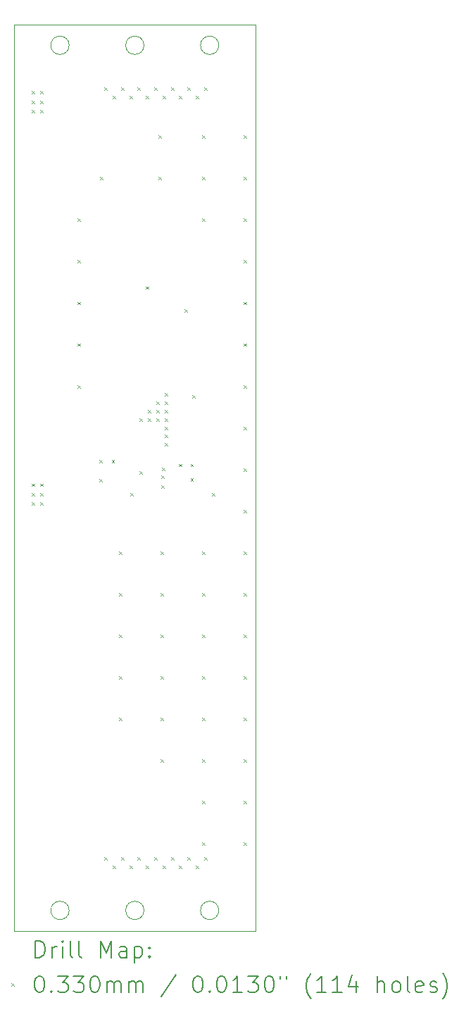
<source format=gbr>
%TF.GenerationSoftware,KiCad,Pcbnew,7.0.5*%
%TF.CreationDate,2023-06-02T13:02:38-04:00*%
%TF.ProjectId,SIDE,53494445-2e6b-4696-9361-645f70636258,rev?*%
%TF.SameCoordinates,Original*%
%TF.FileFunction,Drillmap*%
%TF.FilePolarity,Positive*%
%FSLAX45Y45*%
G04 Gerber Fmt 4.5, Leading zero omitted, Abs format (unit mm)*
G04 Created by KiCad (PCBNEW 7.0.5) date 2023-06-02 13:02:38*
%MOMM*%
%LPD*%
G01*
G04 APERTURE LIST*
%ADD10C,0.100000*%
%ADD11C,0.200000*%
%ADD12C,0.033020*%
G04 APERTURE END LIST*
D10*
X16622000Y-15021802D02*
X13722000Y-15021802D01*
X16622000Y-4121802D02*
X13722000Y-4121802D01*
X15282000Y-14771802D02*
G75*
G03*
X15282000Y-14771802I-110000J0D01*
G01*
X16622000Y-4121802D02*
X16622000Y-15021802D01*
X16182000Y-14771802D02*
G75*
G03*
X16182000Y-14771802I-110000J0D01*
G01*
X14382000Y-14771802D02*
G75*
G03*
X14382000Y-14771802I-110000J0D01*
G01*
X14382000Y-4371802D02*
G75*
G03*
X14382000Y-4371802I-110000J0D01*
G01*
X16182000Y-4371802D02*
G75*
G03*
X16182000Y-4371802I-110000J0D01*
G01*
X13722000Y-4121802D02*
X13722000Y-15021802D01*
X15282000Y-4371802D02*
G75*
G03*
X15282000Y-4371802I-110000J0D01*
G01*
D11*
D12*
X13930490Y-4920292D02*
X13963510Y-4953312D01*
X13963510Y-4920292D02*
X13930490Y-4953312D01*
X13930490Y-5035292D02*
X13963510Y-5068312D01*
X13963510Y-5035292D02*
X13930490Y-5068312D01*
X13930490Y-5145292D02*
X13963510Y-5178312D01*
X13963510Y-5145292D02*
X13930490Y-5178312D01*
X13930490Y-9640292D02*
X13963510Y-9673312D01*
X13963510Y-9640292D02*
X13930490Y-9673312D01*
X13930490Y-9755292D02*
X13963510Y-9788312D01*
X13963510Y-9755292D02*
X13930490Y-9788312D01*
X13930490Y-9865292D02*
X13963510Y-9898312D01*
X13963510Y-9865292D02*
X13930490Y-9898312D01*
X14030490Y-4920292D02*
X14063510Y-4953312D01*
X14063510Y-4920292D02*
X14030490Y-4953312D01*
X14030490Y-5035292D02*
X14063510Y-5068312D01*
X14063510Y-5035292D02*
X14030490Y-5068312D01*
X14030490Y-5145292D02*
X14063510Y-5178312D01*
X14063510Y-5145292D02*
X14030490Y-5178312D01*
X14030490Y-9640292D02*
X14063510Y-9673312D01*
X14063510Y-9640292D02*
X14030490Y-9673312D01*
X14030490Y-9755292D02*
X14063510Y-9788312D01*
X14063510Y-9755292D02*
X14030490Y-9788312D01*
X14030490Y-9865292D02*
X14063510Y-9898312D01*
X14063510Y-9865292D02*
X14030490Y-9898312D01*
X14480490Y-6455292D02*
X14513510Y-6488312D01*
X14513510Y-6455292D02*
X14480490Y-6488312D01*
X14480490Y-6955292D02*
X14513510Y-6988312D01*
X14513510Y-6955292D02*
X14480490Y-6988312D01*
X14480490Y-7455292D02*
X14513510Y-7488312D01*
X14513510Y-7455292D02*
X14480490Y-7488312D01*
X14480490Y-7955292D02*
X14513510Y-7988312D01*
X14513510Y-7955292D02*
X14480490Y-7988312D01*
X14480490Y-8455292D02*
X14513510Y-8488312D01*
X14513510Y-8455292D02*
X14480490Y-8488312D01*
X14742240Y-9359292D02*
X14775260Y-9392312D01*
X14775260Y-9359292D02*
X14742240Y-9392312D01*
X14742240Y-9588292D02*
X14775260Y-9621312D01*
X14775260Y-9588292D02*
X14742240Y-9621312D01*
X14755490Y-5955292D02*
X14788510Y-5988312D01*
X14788510Y-5955292D02*
X14755490Y-5988312D01*
X14805490Y-4880292D02*
X14838510Y-4913312D01*
X14838510Y-4880292D02*
X14805490Y-4913312D01*
X14805490Y-14130292D02*
X14838510Y-14163312D01*
X14838510Y-14130292D02*
X14805490Y-14163312D01*
X14893490Y-9357542D02*
X14926510Y-9390562D01*
X14926510Y-9357542D02*
X14893490Y-9390562D01*
X14905490Y-4980292D02*
X14938510Y-5013312D01*
X14938510Y-4980292D02*
X14905490Y-5013312D01*
X14905490Y-14230292D02*
X14938510Y-14263312D01*
X14938510Y-14230292D02*
X14905490Y-14263312D01*
X14980490Y-10455292D02*
X15013510Y-10488312D01*
X15013510Y-10455292D02*
X14980490Y-10488312D01*
X14980490Y-10955292D02*
X15013510Y-10988312D01*
X15013510Y-10955292D02*
X14980490Y-10988312D01*
X14980490Y-11455292D02*
X15013510Y-11488312D01*
X15013510Y-11455292D02*
X14980490Y-11488312D01*
X14980490Y-11955292D02*
X15013510Y-11988312D01*
X15013510Y-11955292D02*
X14980490Y-11988312D01*
X14980490Y-12455292D02*
X15013510Y-12488312D01*
X15013510Y-12455292D02*
X14980490Y-12488312D01*
X15005490Y-4880292D02*
X15038510Y-4913312D01*
X15038510Y-4880292D02*
X15005490Y-4913312D01*
X15005490Y-14130292D02*
X15038510Y-14163312D01*
X15038510Y-14130292D02*
X15005490Y-14163312D01*
X15105490Y-4980292D02*
X15138510Y-5013312D01*
X15138510Y-4980292D02*
X15105490Y-5013312D01*
X15105490Y-14230292D02*
X15138510Y-14263312D01*
X15138510Y-14230292D02*
X15105490Y-14263312D01*
X15114240Y-9752292D02*
X15147260Y-9785312D01*
X15147260Y-9752292D02*
X15114240Y-9785312D01*
X15205490Y-4880292D02*
X15238510Y-4913312D01*
X15238510Y-4880292D02*
X15205490Y-4913312D01*
X15205490Y-14130292D02*
X15238510Y-14163312D01*
X15238510Y-14130292D02*
X15205490Y-14163312D01*
X15229490Y-9493292D02*
X15262510Y-9526312D01*
X15262510Y-9493292D02*
X15229490Y-9526312D01*
X15230490Y-8855292D02*
X15263510Y-8888312D01*
X15263510Y-8855292D02*
X15230490Y-8888312D01*
X15305490Y-4980292D02*
X15338510Y-5013312D01*
X15338510Y-4980292D02*
X15305490Y-5013312D01*
X15305490Y-7269292D02*
X15338510Y-7302312D01*
X15338510Y-7269292D02*
X15305490Y-7302312D01*
X15305490Y-14230292D02*
X15338510Y-14263312D01*
X15338510Y-14230292D02*
X15305490Y-14263312D01*
X15330490Y-8755292D02*
X15363510Y-8788312D01*
X15363510Y-8755292D02*
X15330490Y-8788312D01*
X15330490Y-8855292D02*
X15363510Y-8888312D01*
X15363510Y-8855292D02*
X15330490Y-8888312D01*
X15405490Y-4880292D02*
X15438510Y-4913312D01*
X15438510Y-4880292D02*
X15405490Y-4913312D01*
X15405490Y-14130292D02*
X15438510Y-14163312D01*
X15438510Y-14130292D02*
X15405490Y-14163312D01*
X15430490Y-8655292D02*
X15463510Y-8688312D01*
X15463510Y-8655292D02*
X15430490Y-8688312D01*
X15430490Y-8755292D02*
X15463510Y-8788312D01*
X15463510Y-8755292D02*
X15430490Y-8788312D01*
X15430490Y-8855292D02*
X15463510Y-8888312D01*
X15463510Y-8855292D02*
X15430490Y-8888312D01*
X15455490Y-5455292D02*
X15488510Y-5488312D01*
X15488510Y-5455292D02*
X15455490Y-5488312D01*
X15455490Y-5955292D02*
X15488510Y-5988312D01*
X15488510Y-5955292D02*
X15455490Y-5988312D01*
X15480490Y-10455292D02*
X15513510Y-10488312D01*
X15513510Y-10455292D02*
X15480490Y-10488312D01*
X15480490Y-10955292D02*
X15513510Y-10988312D01*
X15513510Y-10955292D02*
X15480490Y-10988312D01*
X15480490Y-11455292D02*
X15513510Y-11488312D01*
X15513510Y-11455292D02*
X15480490Y-11488312D01*
X15480490Y-11955292D02*
X15513510Y-11988312D01*
X15513510Y-11955292D02*
X15480490Y-11988312D01*
X15480490Y-12455292D02*
X15513510Y-12488312D01*
X15513510Y-12455292D02*
X15480490Y-12488312D01*
X15480490Y-12955292D02*
X15513510Y-12988312D01*
X15513510Y-12955292D02*
X15480490Y-12988312D01*
X15488490Y-9541292D02*
X15521510Y-9574312D01*
X15521510Y-9541292D02*
X15488490Y-9574312D01*
X15493490Y-9659292D02*
X15526510Y-9692312D01*
X15526510Y-9659292D02*
X15493490Y-9692312D01*
X15495490Y-9448292D02*
X15528510Y-9481312D01*
X15528510Y-9448292D02*
X15495490Y-9481312D01*
X15505490Y-4980292D02*
X15538510Y-5013312D01*
X15538510Y-4980292D02*
X15505490Y-5013312D01*
X15505490Y-14230292D02*
X15538510Y-14263312D01*
X15538510Y-14230292D02*
X15505490Y-14263312D01*
X15530490Y-8555292D02*
X15563510Y-8588312D01*
X15563510Y-8555292D02*
X15530490Y-8588312D01*
X15530490Y-8655292D02*
X15563510Y-8688312D01*
X15563510Y-8655292D02*
X15530490Y-8688312D01*
X15530490Y-8755292D02*
X15563510Y-8788312D01*
X15563510Y-8755292D02*
X15530490Y-8788312D01*
X15530490Y-8855292D02*
X15563510Y-8888312D01*
X15563510Y-8855292D02*
X15530490Y-8888312D01*
X15530490Y-8955292D02*
X15563510Y-8988312D01*
X15563510Y-8955292D02*
X15530490Y-8988312D01*
X15530490Y-9055292D02*
X15563510Y-9088312D01*
X15563510Y-9055292D02*
X15530490Y-9088312D01*
X15530490Y-9155292D02*
X15563510Y-9188312D01*
X15563510Y-9155292D02*
X15530490Y-9188312D01*
X15605490Y-4880292D02*
X15638510Y-4913312D01*
X15638510Y-4880292D02*
X15605490Y-4913312D01*
X15605490Y-14130292D02*
X15638510Y-14163312D01*
X15638510Y-14130292D02*
X15605490Y-14163312D01*
X15704490Y-9403292D02*
X15737510Y-9436312D01*
X15737510Y-9403292D02*
X15704490Y-9436312D01*
X15705490Y-4980292D02*
X15738510Y-5013312D01*
X15738510Y-4980292D02*
X15705490Y-5013312D01*
X15705490Y-14230292D02*
X15738510Y-14263312D01*
X15738510Y-14230292D02*
X15705490Y-14263312D01*
X15767490Y-7546292D02*
X15800510Y-7579312D01*
X15800510Y-7546292D02*
X15767490Y-7579312D01*
X15805490Y-4880292D02*
X15838510Y-4913312D01*
X15838510Y-4880292D02*
X15805490Y-4913312D01*
X15805490Y-14130292D02*
X15838510Y-14163312D01*
X15838510Y-14130292D02*
X15805490Y-14163312D01*
X15841490Y-9403292D02*
X15874510Y-9436312D01*
X15874510Y-9403292D02*
X15841490Y-9436312D01*
X15841490Y-9575542D02*
X15874510Y-9608562D01*
X15874510Y-9575542D02*
X15841490Y-9608562D01*
X15859490Y-8578292D02*
X15892510Y-8611312D01*
X15892510Y-8578292D02*
X15859490Y-8611312D01*
X15905490Y-4980292D02*
X15938510Y-5013312D01*
X15938510Y-4980292D02*
X15905490Y-5013312D01*
X15905490Y-14230292D02*
X15938510Y-14263312D01*
X15938510Y-14230292D02*
X15905490Y-14263312D01*
X15980490Y-5455292D02*
X16013510Y-5488312D01*
X16013510Y-5455292D02*
X15980490Y-5488312D01*
X15980490Y-5955292D02*
X16013510Y-5988312D01*
X16013510Y-5955292D02*
X15980490Y-5988312D01*
X15980490Y-6455292D02*
X16013510Y-6488312D01*
X16013510Y-6455292D02*
X15980490Y-6488312D01*
X15980490Y-10455292D02*
X16013510Y-10488312D01*
X16013510Y-10455292D02*
X15980490Y-10488312D01*
X15980490Y-10955292D02*
X16013510Y-10988312D01*
X16013510Y-10955292D02*
X15980490Y-10988312D01*
X15980490Y-11455292D02*
X16013510Y-11488312D01*
X16013510Y-11455292D02*
X15980490Y-11488312D01*
X15980490Y-11955292D02*
X16013510Y-11988312D01*
X16013510Y-11955292D02*
X15980490Y-11988312D01*
X15980490Y-12455292D02*
X16013510Y-12488312D01*
X16013510Y-12455292D02*
X15980490Y-12488312D01*
X15980490Y-12955292D02*
X16013510Y-12988312D01*
X16013510Y-12955292D02*
X15980490Y-12988312D01*
X15980490Y-13455292D02*
X16013510Y-13488312D01*
X16013510Y-13455292D02*
X15980490Y-13488312D01*
X15980490Y-13955292D02*
X16013510Y-13988312D01*
X16013510Y-13955292D02*
X15980490Y-13988312D01*
X16005490Y-4880292D02*
X16038510Y-4913312D01*
X16038510Y-4880292D02*
X16005490Y-4913312D01*
X16005490Y-14130292D02*
X16038510Y-14163312D01*
X16038510Y-14130292D02*
X16005490Y-14163312D01*
X16098490Y-9752292D02*
X16131510Y-9785312D01*
X16131510Y-9752292D02*
X16098490Y-9785312D01*
X16480490Y-5455292D02*
X16513510Y-5488312D01*
X16513510Y-5455292D02*
X16480490Y-5488312D01*
X16480490Y-5955292D02*
X16513510Y-5988312D01*
X16513510Y-5955292D02*
X16480490Y-5988312D01*
X16480490Y-6455292D02*
X16513510Y-6488312D01*
X16513510Y-6455292D02*
X16480490Y-6488312D01*
X16480490Y-6955292D02*
X16513510Y-6988312D01*
X16513510Y-6955292D02*
X16480490Y-6988312D01*
X16480490Y-7455292D02*
X16513510Y-7488312D01*
X16513510Y-7455292D02*
X16480490Y-7488312D01*
X16480490Y-7955292D02*
X16513510Y-7988312D01*
X16513510Y-7955292D02*
X16480490Y-7988312D01*
X16480490Y-8455292D02*
X16513510Y-8488312D01*
X16513510Y-8455292D02*
X16480490Y-8488312D01*
X16480490Y-8955292D02*
X16513510Y-8988312D01*
X16513510Y-8955292D02*
X16480490Y-8988312D01*
X16480490Y-9455292D02*
X16513510Y-9488312D01*
X16513510Y-9455292D02*
X16480490Y-9488312D01*
X16480490Y-9955292D02*
X16513510Y-9988312D01*
X16513510Y-9955292D02*
X16480490Y-9988312D01*
X16480490Y-10455292D02*
X16513510Y-10488312D01*
X16513510Y-10455292D02*
X16480490Y-10488312D01*
X16480490Y-10955292D02*
X16513510Y-10988312D01*
X16513510Y-10955292D02*
X16480490Y-10988312D01*
X16480490Y-11455292D02*
X16513510Y-11488312D01*
X16513510Y-11455292D02*
X16480490Y-11488312D01*
X16480490Y-11955292D02*
X16513510Y-11988312D01*
X16513510Y-11955292D02*
X16480490Y-11988312D01*
X16480490Y-12455292D02*
X16513510Y-12488312D01*
X16513510Y-12455292D02*
X16480490Y-12488312D01*
X16480490Y-12955292D02*
X16513510Y-12988312D01*
X16513510Y-12955292D02*
X16480490Y-12988312D01*
X16480490Y-13455292D02*
X16513510Y-13488312D01*
X16513510Y-13455292D02*
X16480490Y-13488312D01*
X16480490Y-13955292D02*
X16513510Y-13988312D01*
X16513510Y-13955292D02*
X16480490Y-13988312D01*
D11*
X13977777Y-15338286D02*
X13977777Y-15138286D01*
X13977777Y-15138286D02*
X14025396Y-15138286D01*
X14025396Y-15138286D02*
X14053967Y-15147810D01*
X14053967Y-15147810D02*
X14073015Y-15166857D01*
X14073015Y-15166857D02*
X14082539Y-15185905D01*
X14082539Y-15185905D02*
X14092062Y-15224000D01*
X14092062Y-15224000D02*
X14092062Y-15252572D01*
X14092062Y-15252572D02*
X14082539Y-15290667D01*
X14082539Y-15290667D02*
X14073015Y-15309714D01*
X14073015Y-15309714D02*
X14053967Y-15328762D01*
X14053967Y-15328762D02*
X14025396Y-15338286D01*
X14025396Y-15338286D02*
X13977777Y-15338286D01*
X14177777Y-15338286D02*
X14177777Y-15204953D01*
X14177777Y-15243048D02*
X14187301Y-15224000D01*
X14187301Y-15224000D02*
X14196824Y-15214476D01*
X14196824Y-15214476D02*
X14215872Y-15204953D01*
X14215872Y-15204953D02*
X14234920Y-15204953D01*
X14301586Y-15338286D02*
X14301586Y-15204953D01*
X14301586Y-15138286D02*
X14292062Y-15147810D01*
X14292062Y-15147810D02*
X14301586Y-15157334D01*
X14301586Y-15157334D02*
X14311110Y-15147810D01*
X14311110Y-15147810D02*
X14301586Y-15138286D01*
X14301586Y-15138286D02*
X14301586Y-15157334D01*
X14425396Y-15338286D02*
X14406348Y-15328762D01*
X14406348Y-15328762D02*
X14396824Y-15309714D01*
X14396824Y-15309714D02*
X14396824Y-15138286D01*
X14530158Y-15338286D02*
X14511110Y-15328762D01*
X14511110Y-15328762D02*
X14501586Y-15309714D01*
X14501586Y-15309714D02*
X14501586Y-15138286D01*
X14758729Y-15338286D02*
X14758729Y-15138286D01*
X14758729Y-15138286D02*
X14825396Y-15281143D01*
X14825396Y-15281143D02*
X14892062Y-15138286D01*
X14892062Y-15138286D02*
X14892062Y-15338286D01*
X15073015Y-15338286D02*
X15073015Y-15233524D01*
X15073015Y-15233524D02*
X15063491Y-15214476D01*
X15063491Y-15214476D02*
X15044443Y-15204953D01*
X15044443Y-15204953D02*
X15006348Y-15204953D01*
X15006348Y-15204953D02*
X14987301Y-15214476D01*
X15073015Y-15328762D02*
X15053967Y-15338286D01*
X15053967Y-15338286D02*
X15006348Y-15338286D01*
X15006348Y-15338286D02*
X14987301Y-15328762D01*
X14987301Y-15328762D02*
X14977777Y-15309714D01*
X14977777Y-15309714D02*
X14977777Y-15290667D01*
X14977777Y-15290667D02*
X14987301Y-15271619D01*
X14987301Y-15271619D02*
X15006348Y-15262095D01*
X15006348Y-15262095D02*
X15053967Y-15262095D01*
X15053967Y-15262095D02*
X15073015Y-15252572D01*
X15168253Y-15204953D02*
X15168253Y-15404953D01*
X15168253Y-15214476D02*
X15187301Y-15204953D01*
X15187301Y-15204953D02*
X15225396Y-15204953D01*
X15225396Y-15204953D02*
X15244443Y-15214476D01*
X15244443Y-15214476D02*
X15253967Y-15224000D01*
X15253967Y-15224000D02*
X15263491Y-15243048D01*
X15263491Y-15243048D02*
X15263491Y-15300191D01*
X15263491Y-15300191D02*
X15253967Y-15319238D01*
X15253967Y-15319238D02*
X15244443Y-15328762D01*
X15244443Y-15328762D02*
X15225396Y-15338286D01*
X15225396Y-15338286D02*
X15187301Y-15338286D01*
X15187301Y-15338286D02*
X15168253Y-15328762D01*
X15349205Y-15319238D02*
X15358729Y-15328762D01*
X15358729Y-15328762D02*
X15349205Y-15338286D01*
X15349205Y-15338286D02*
X15339682Y-15328762D01*
X15339682Y-15328762D02*
X15349205Y-15319238D01*
X15349205Y-15319238D02*
X15349205Y-15338286D01*
X15349205Y-15214476D02*
X15358729Y-15224000D01*
X15358729Y-15224000D02*
X15349205Y-15233524D01*
X15349205Y-15233524D02*
X15339682Y-15224000D01*
X15339682Y-15224000D02*
X15349205Y-15214476D01*
X15349205Y-15214476D02*
X15349205Y-15233524D01*
D12*
X13683980Y-15650292D02*
X13717000Y-15683312D01*
X13717000Y-15650292D02*
X13683980Y-15683312D01*
D11*
X14015872Y-15558286D02*
X14034920Y-15558286D01*
X14034920Y-15558286D02*
X14053967Y-15567810D01*
X14053967Y-15567810D02*
X14063491Y-15577334D01*
X14063491Y-15577334D02*
X14073015Y-15596381D01*
X14073015Y-15596381D02*
X14082539Y-15634476D01*
X14082539Y-15634476D02*
X14082539Y-15682095D01*
X14082539Y-15682095D02*
X14073015Y-15720191D01*
X14073015Y-15720191D02*
X14063491Y-15739238D01*
X14063491Y-15739238D02*
X14053967Y-15748762D01*
X14053967Y-15748762D02*
X14034920Y-15758286D01*
X14034920Y-15758286D02*
X14015872Y-15758286D01*
X14015872Y-15758286D02*
X13996824Y-15748762D01*
X13996824Y-15748762D02*
X13987301Y-15739238D01*
X13987301Y-15739238D02*
X13977777Y-15720191D01*
X13977777Y-15720191D02*
X13968253Y-15682095D01*
X13968253Y-15682095D02*
X13968253Y-15634476D01*
X13968253Y-15634476D02*
X13977777Y-15596381D01*
X13977777Y-15596381D02*
X13987301Y-15577334D01*
X13987301Y-15577334D02*
X13996824Y-15567810D01*
X13996824Y-15567810D02*
X14015872Y-15558286D01*
X14168253Y-15739238D02*
X14177777Y-15748762D01*
X14177777Y-15748762D02*
X14168253Y-15758286D01*
X14168253Y-15758286D02*
X14158729Y-15748762D01*
X14158729Y-15748762D02*
X14168253Y-15739238D01*
X14168253Y-15739238D02*
X14168253Y-15758286D01*
X14244443Y-15558286D02*
X14368253Y-15558286D01*
X14368253Y-15558286D02*
X14301586Y-15634476D01*
X14301586Y-15634476D02*
X14330158Y-15634476D01*
X14330158Y-15634476D02*
X14349205Y-15644000D01*
X14349205Y-15644000D02*
X14358729Y-15653524D01*
X14358729Y-15653524D02*
X14368253Y-15672572D01*
X14368253Y-15672572D02*
X14368253Y-15720191D01*
X14368253Y-15720191D02*
X14358729Y-15739238D01*
X14358729Y-15739238D02*
X14349205Y-15748762D01*
X14349205Y-15748762D02*
X14330158Y-15758286D01*
X14330158Y-15758286D02*
X14273015Y-15758286D01*
X14273015Y-15758286D02*
X14253967Y-15748762D01*
X14253967Y-15748762D02*
X14244443Y-15739238D01*
X14434920Y-15558286D02*
X14558729Y-15558286D01*
X14558729Y-15558286D02*
X14492062Y-15634476D01*
X14492062Y-15634476D02*
X14520634Y-15634476D01*
X14520634Y-15634476D02*
X14539682Y-15644000D01*
X14539682Y-15644000D02*
X14549205Y-15653524D01*
X14549205Y-15653524D02*
X14558729Y-15672572D01*
X14558729Y-15672572D02*
X14558729Y-15720191D01*
X14558729Y-15720191D02*
X14549205Y-15739238D01*
X14549205Y-15739238D02*
X14539682Y-15748762D01*
X14539682Y-15748762D02*
X14520634Y-15758286D01*
X14520634Y-15758286D02*
X14463491Y-15758286D01*
X14463491Y-15758286D02*
X14444443Y-15748762D01*
X14444443Y-15748762D02*
X14434920Y-15739238D01*
X14682539Y-15558286D02*
X14701586Y-15558286D01*
X14701586Y-15558286D02*
X14720634Y-15567810D01*
X14720634Y-15567810D02*
X14730158Y-15577334D01*
X14730158Y-15577334D02*
X14739682Y-15596381D01*
X14739682Y-15596381D02*
X14749205Y-15634476D01*
X14749205Y-15634476D02*
X14749205Y-15682095D01*
X14749205Y-15682095D02*
X14739682Y-15720191D01*
X14739682Y-15720191D02*
X14730158Y-15739238D01*
X14730158Y-15739238D02*
X14720634Y-15748762D01*
X14720634Y-15748762D02*
X14701586Y-15758286D01*
X14701586Y-15758286D02*
X14682539Y-15758286D01*
X14682539Y-15758286D02*
X14663491Y-15748762D01*
X14663491Y-15748762D02*
X14653967Y-15739238D01*
X14653967Y-15739238D02*
X14644443Y-15720191D01*
X14644443Y-15720191D02*
X14634920Y-15682095D01*
X14634920Y-15682095D02*
X14634920Y-15634476D01*
X14634920Y-15634476D02*
X14644443Y-15596381D01*
X14644443Y-15596381D02*
X14653967Y-15577334D01*
X14653967Y-15577334D02*
X14663491Y-15567810D01*
X14663491Y-15567810D02*
X14682539Y-15558286D01*
X14834920Y-15758286D02*
X14834920Y-15624953D01*
X14834920Y-15644000D02*
X14844443Y-15634476D01*
X14844443Y-15634476D02*
X14863491Y-15624953D01*
X14863491Y-15624953D02*
X14892063Y-15624953D01*
X14892063Y-15624953D02*
X14911110Y-15634476D01*
X14911110Y-15634476D02*
X14920634Y-15653524D01*
X14920634Y-15653524D02*
X14920634Y-15758286D01*
X14920634Y-15653524D02*
X14930158Y-15634476D01*
X14930158Y-15634476D02*
X14949205Y-15624953D01*
X14949205Y-15624953D02*
X14977777Y-15624953D01*
X14977777Y-15624953D02*
X14996824Y-15634476D01*
X14996824Y-15634476D02*
X15006348Y-15653524D01*
X15006348Y-15653524D02*
X15006348Y-15758286D01*
X15101586Y-15758286D02*
X15101586Y-15624953D01*
X15101586Y-15644000D02*
X15111110Y-15634476D01*
X15111110Y-15634476D02*
X15130158Y-15624953D01*
X15130158Y-15624953D02*
X15158729Y-15624953D01*
X15158729Y-15624953D02*
X15177777Y-15634476D01*
X15177777Y-15634476D02*
X15187301Y-15653524D01*
X15187301Y-15653524D02*
X15187301Y-15758286D01*
X15187301Y-15653524D02*
X15196824Y-15634476D01*
X15196824Y-15634476D02*
X15215872Y-15624953D01*
X15215872Y-15624953D02*
X15244443Y-15624953D01*
X15244443Y-15624953D02*
X15263491Y-15634476D01*
X15263491Y-15634476D02*
X15273015Y-15653524D01*
X15273015Y-15653524D02*
X15273015Y-15758286D01*
X15663491Y-15548762D02*
X15492063Y-15805905D01*
X15920634Y-15558286D02*
X15939682Y-15558286D01*
X15939682Y-15558286D02*
X15958729Y-15567810D01*
X15958729Y-15567810D02*
X15968253Y-15577334D01*
X15968253Y-15577334D02*
X15977777Y-15596381D01*
X15977777Y-15596381D02*
X15987301Y-15634476D01*
X15987301Y-15634476D02*
X15987301Y-15682095D01*
X15987301Y-15682095D02*
X15977777Y-15720191D01*
X15977777Y-15720191D02*
X15968253Y-15739238D01*
X15968253Y-15739238D02*
X15958729Y-15748762D01*
X15958729Y-15748762D02*
X15939682Y-15758286D01*
X15939682Y-15758286D02*
X15920634Y-15758286D01*
X15920634Y-15758286D02*
X15901586Y-15748762D01*
X15901586Y-15748762D02*
X15892063Y-15739238D01*
X15892063Y-15739238D02*
X15882539Y-15720191D01*
X15882539Y-15720191D02*
X15873015Y-15682095D01*
X15873015Y-15682095D02*
X15873015Y-15634476D01*
X15873015Y-15634476D02*
X15882539Y-15596381D01*
X15882539Y-15596381D02*
X15892063Y-15577334D01*
X15892063Y-15577334D02*
X15901586Y-15567810D01*
X15901586Y-15567810D02*
X15920634Y-15558286D01*
X16073015Y-15739238D02*
X16082539Y-15748762D01*
X16082539Y-15748762D02*
X16073015Y-15758286D01*
X16073015Y-15758286D02*
X16063491Y-15748762D01*
X16063491Y-15748762D02*
X16073015Y-15739238D01*
X16073015Y-15739238D02*
X16073015Y-15758286D01*
X16206348Y-15558286D02*
X16225396Y-15558286D01*
X16225396Y-15558286D02*
X16244444Y-15567810D01*
X16244444Y-15567810D02*
X16253967Y-15577334D01*
X16253967Y-15577334D02*
X16263491Y-15596381D01*
X16263491Y-15596381D02*
X16273015Y-15634476D01*
X16273015Y-15634476D02*
X16273015Y-15682095D01*
X16273015Y-15682095D02*
X16263491Y-15720191D01*
X16263491Y-15720191D02*
X16253967Y-15739238D01*
X16253967Y-15739238D02*
X16244444Y-15748762D01*
X16244444Y-15748762D02*
X16225396Y-15758286D01*
X16225396Y-15758286D02*
X16206348Y-15758286D01*
X16206348Y-15758286D02*
X16187301Y-15748762D01*
X16187301Y-15748762D02*
X16177777Y-15739238D01*
X16177777Y-15739238D02*
X16168253Y-15720191D01*
X16168253Y-15720191D02*
X16158729Y-15682095D01*
X16158729Y-15682095D02*
X16158729Y-15634476D01*
X16158729Y-15634476D02*
X16168253Y-15596381D01*
X16168253Y-15596381D02*
X16177777Y-15577334D01*
X16177777Y-15577334D02*
X16187301Y-15567810D01*
X16187301Y-15567810D02*
X16206348Y-15558286D01*
X16463491Y-15758286D02*
X16349206Y-15758286D01*
X16406348Y-15758286D02*
X16406348Y-15558286D01*
X16406348Y-15558286D02*
X16387301Y-15586857D01*
X16387301Y-15586857D02*
X16368253Y-15605905D01*
X16368253Y-15605905D02*
X16349206Y-15615429D01*
X16530158Y-15558286D02*
X16653967Y-15558286D01*
X16653967Y-15558286D02*
X16587301Y-15634476D01*
X16587301Y-15634476D02*
X16615872Y-15634476D01*
X16615872Y-15634476D02*
X16634920Y-15644000D01*
X16634920Y-15644000D02*
X16644444Y-15653524D01*
X16644444Y-15653524D02*
X16653967Y-15672572D01*
X16653967Y-15672572D02*
X16653967Y-15720191D01*
X16653967Y-15720191D02*
X16644444Y-15739238D01*
X16644444Y-15739238D02*
X16634920Y-15748762D01*
X16634920Y-15748762D02*
X16615872Y-15758286D01*
X16615872Y-15758286D02*
X16558729Y-15758286D01*
X16558729Y-15758286D02*
X16539682Y-15748762D01*
X16539682Y-15748762D02*
X16530158Y-15739238D01*
X16777777Y-15558286D02*
X16796825Y-15558286D01*
X16796825Y-15558286D02*
X16815872Y-15567810D01*
X16815872Y-15567810D02*
X16825396Y-15577334D01*
X16825396Y-15577334D02*
X16834920Y-15596381D01*
X16834920Y-15596381D02*
X16844444Y-15634476D01*
X16844444Y-15634476D02*
X16844444Y-15682095D01*
X16844444Y-15682095D02*
X16834920Y-15720191D01*
X16834920Y-15720191D02*
X16825396Y-15739238D01*
X16825396Y-15739238D02*
X16815872Y-15748762D01*
X16815872Y-15748762D02*
X16796825Y-15758286D01*
X16796825Y-15758286D02*
X16777777Y-15758286D01*
X16777777Y-15758286D02*
X16758729Y-15748762D01*
X16758729Y-15748762D02*
X16749206Y-15739238D01*
X16749206Y-15739238D02*
X16739682Y-15720191D01*
X16739682Y-15720191D02*
X16730158Y-15682095D01*
X16730158Y-15682095D02*
X16730158Y-15634476D01*
X16730158Y-15634476D02*
X16739682Y-15596381D01*
X16739682Y-15596381D02*
X16749206Y-15577334D01*
X16749206Y-15577334D02*
X16758729Y-15567810D01*
X16758729Y-15567810D02*
X16777777Y-15558286D01*
X16920634Y-15558286D02*
X16920634Y-15596381D01*
X16996825Y-15558286D02*
X16996825Y-15596381D01*
X17292063Y-15834476D02*
X17282539Y-15824953D01*
X17282539Y-15824953D02*
X17263491Y-15796381D01*
X17263491Y-15796381D02*
X17253968Y-15777334D01*
X17253968Y-15777334D02*
X17244444Y-15748762D01*
X17244444Y-15748762D02*
X17234920Y-15701143D01*
X17234920Y-15701143D02*
X17234920Y-15663048D01*
X17234920Y-15663048D02*
X17244444Y-15615429D01*
X17244444Y-15615429D02*
X17253968Y-15586857D01*
X17253968Y-15586857D02*
X17263491Y-15567810D01*
X17263491Y-15567810D02*
X17282539Y-15539238D01*
X17282539Y-15539238D02*
X17292063Y-15529714D01*
X17473015Y-15758286D02*
X17358730Y-15758286D01*
X17415872Y-15758286D02*
X17415872Y-15558286D01*
X17415872Y-15558286D02*
X17396825Y-15586857D01*
X17396825Y-15586857D02*
X17377777Y-15605905D01*
X17377777Y-15605905D02*
X17358730Y-15615429D01*
X17663491Y-15758286D02*
X17549206Y-15758286D01*
X17606349Y-15758286D02*
X17606349Y-15558286D01*
X17606349Y-15558286D02*
X17587301Y-15586857D01*
X17587301Y-15586857D02*
X17568253Y-15605905D01*
X17568253Y-15605905D02*
X17549206Y-15615429D01*
X17834920Y-15624953D02*
X17834920Y-15758286D01*
X17787301Y-15548762D02*
X17739682Y-15691619D01*
X17739682Y-15691619D02*
X17863491Y-15691619D01*
X18092063Y-15758286D02*
X18092063Y-15558286D01*
X18177777Y-15758286D02*
X18177777Y-15653524D01*
X18177777Y-15653524D02*
X18168253Y-15634476D01*
X18168253Y-15634476D02*
X18149206Y-15624953D01*
X18149206Y-15624953D02*
X18120634Y-15624953D01*
X18120634Y-15624953D02*
X18101587Y-15634476D01*
X18101587Y-15634476D02*
X18092063Y-15644000D01*
X18301587Y-15758286D02*
X18282539Y-15748762D01*
X18282539Y-15748762D02*
X18273015Y-15739238D01*
X18273015Y-15739238D02*
X18263492Y-15720191D01*
X18263492Y-15720191D02*
X18263492Y-15663048D01*
X18263492Y-15663048D02*
X18273015Y-15644000D01*
X18273015Y-15644000D02*
X18282539Y-15634476D01*
X18282539Y-15634476D02*
X18301587Y-15624953D01*
X18301587Y-15624953D02*
X18330158Y-15624953D01*
X18330158Y-15624953D02*
X18349206Y-15634476D01*
X18349206Y-15634476D02*
X18358730Y-15644000D01*
X18358730Y-15644000D02*
X18368253Y-15663048D01*
X18368253Y-15663048D02*
X18368253Y-15720191D01*
X18368253Y-15720191D02*
X18358730Y-15739238D01*
X18358730Y-15739238D02*
X18349206Y-15748762D01*
X18349206Y-15748762D02*
X18330158Y-15758286D01*
X18330158Y-15758286D02*
X18301587Y-15758286D01*
X18482539Y-15758286D02*
X18463492Y-15748762D01*
X18463492Y-15748762D02*
X18453968Y-15729714D01*
X18453968Y-15729714D02*
X18453968Y-15558286D01*
X18634920Y-15748762D02*
X18615873Y-15758286D01*
X18615873Y-15758286D02*
X18577777Y-15758286D01*
X18577777Y-15758286D02*
X18558730Y-15748762D01*
X18558730Y-15748762D02*
X18549206Y-15729714D01*
X18549206Y-15729714D02*
X18549206Y-15653524D01*
X18549206Y-15653524D02*
X18558730Y-15634476D01*
X18558730Y-15634476D02*
X18577777Y-15624953D01*
X18577777Y-15624953D02*
X18615873Y-15624953D01*
X18615873Y-15624953D02*
X18634920Y-15634476D01*
X18634920Y-15634476D02*
X18644444Y-15653524D01*
X18644444Y-15653524D02*
X18644444Y-15672572D01*
X18644444Y-15672572D02*
X18549206Y-15691619D01*
X18720634Y-15748762D02*
X18739682Y-15758286D01*
X18739682Y-15758286D02*
X18777777Y-15758286D01*
X18777777Y-15758286D02*
X18796825Y-15748762D01*
X18796825Y-15748762D02*
X18806349Y-15729714D01*
X18806349Y-15729714D02*
X18806349Y-15720191D01*
X18806349Y-15720191D02*
X18796825Y-15701143D01*
X18796825Y-15701143D02*
X18777777Y-15691619D01*
X18777777Y-15691619D02*
X18749206Y-15691619D01*
X18749206Y-15691619D02*
X18730158Y-15682095D01*
X18730158Y-15682095D02*
X18720634Y-15663048D01*
X18720634Y-15663048D02*
X18720634Y-15653524D01*
X18720634Y-15653524D02*
X18730158Y-15634476D01*
X18730158Y-15634476D02*
X18749206Y-15624953D01*
X18749206Y-15624953D02*
X18777777Y-15624953D01*
X18777777Y-15624953D02*
X18796825Y-15634476D01*
X18873015Y-15834476D02*
X18882539Y-15824953D01*
X18882539Y-15824953D02*
X18901587Y-15796381D01*
X18901587Y-15796381D02*
X18911111Y-15777334D01*
X18911111Y-15777334D02*
X18920634Y-15748762D01*
X18920634Y-15748762D02*
X18930158Y-15701143D01*
X18930158Y-15701143D02*
X18930158Y-15663048D01*
X18930158Y-15663048D02*
X18920634Y-15615429D01*
X18920634Y-15615429D02*
X18911111Y-15586857D01*
X18911111Y-15586857D02*
X18901587Y-15567810D01*
X18901587Y-15567810D02*
X18882539Y-15539238D01*
X18882539Y-15539238D02*
X18873015Y-15529714D01*
M02*

</source>
